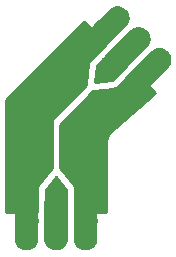
<source format=gbr>
G04 #@! TF.GenerationSoftware,KiCad,Pcbnew,(2017-05-31 revision c0bb8a30c)-makepkg*
G04 #@! TF.CreationDate,2017-07-13T16:12:16-05:00*
G04 #@! TF.ProjectId,45 Neo,3435204E656F2E6B696361645F706362,rev?*
G04 #@! TF.FileFunction,Copper,L2,Bot,Signal*
G04 #@! TF.FilePolarity,Positive*
%FSLAX46Y46*%
G04 Gerber Fmt 4.6, Leading zero omitted, Abs format (unit mm)*
G04 Created by KiCad (PCBNEW (2017-05-31 revision c0bb8a30c)-makepkg) date 07/13/17 16:12:16*
%MOMM*%
%LPD*%
G01*
G04 APERTURE LIST*
%ADD10C,0.100000*%
%ADD11C,0.600000*%
%ADD12C,2.000000*%
%ADD13C,0.254000*%
G04 APERTURE END LIST*
D10*
D11*
X4950000Y4800000D03*
X1850000Y5200000D03*
X6100000Y1100000D03*
D10*
G36*
X5380606Y9613310D02*
X5477679Y9598910D01*
X5572874Y9575065D01*
X5665272Y9542005D01*
X5753986Y9500046D01*
X5838159Y9449595D01*
X5916982Y9391135D01*
X5989696Y9325232D01*
X5989698Y9325230D01*
X6055601Y9252516D01*
X6114061Y9173693D01*
X6164512Y9089520D01*
X6206471Y9000806D01*
X6239531Y8908408D01*
X6263376Y8813213D01*
X6277776Y8716140D01*
X6282591Y8618123D01*
X6277776Y8520106D01*
X6263376Y8423033D01*
X6239531Y8327838D01*
X6206471Y8235440D01*
X6164512Y8146726D01*
X6114061Y8062553D01*
X6055601Y7983730D01*
X5989698Y7911016D01*
X3868378Y5789696D01*
X3795664Y5723793D01*
X3716841Y5665333D01*
X3632668Y5614882D01*
X3543954Y5572923D01*
X3451556Y5539863D01*
X3356361Y5516018D01*
X3259288Y5501618D01*
X3161271Y5496803D01*
X3063254Y5501618D01*
X2966181Y5516018D01*
X2870986Y5539863D01*
X2778588Y5572923D01*
X2689874Y5614882D01*
X2605701Y5665333D01*
X2526878Y5723793D01*
X2454164Y5789696D01*
X2454162Y5789698D01*
X2388259Y5862412D01*
X2329799Y5941235D01*
X2279348Y6025408D01*
X2237389Y6114122D01*
X2204329Y6206520D01*
X2180484Y6301715D01*
X2166084Y6398788D01*
X2161269Y6496805D01*
X2166084Y6594822D01*
X2180484Y6691895D01*
X2204329Y6787090D01*
X2237389Y6879488D01*
X2279348Y6968202D01*
X2329799Y7052375D01*
X2388259Y7131198D01*
X2454162Y7203912D01*
X4575482Y9325232D01*
X4648196Y9391135D01*
X4727019Y9449595D01*
X4811192Y9500046D01*
X4899906Y9542005D01*
X4992304Y9575065D01*
X5087499Y9598910D01*
X5184572Y9613310D01*
X5282589Y9618125D01*
X5380606Y9613310D01*
X5380606Y9613310D01*
G37*
D12*
X4221930Y7557464D03*
D10*
G36*
X7148373Y7845543D02*
X7245446Y7831143D01*
X7340641Y7807298D01*
X7433039Y7774238D01*
X7521753Y7732279D01*
X7605926Y7681828D01*
X7684749Y7623368D01*
X7757463Y7557465D01*
X7757465Y7557463D01*
X7823368Y7484749D01*
X7881828Y7405926D01*
X7932279Y7321753D01*
X7974238Y7233039D01*
X8007298Y7140641D01*
X8031143Y7045446D01*
X8045543Y6948373D01*
X8050358Y6850356D01*
X8045543Y6752339D01*
X8031143Y6655266D01*
X8007298Y6560071D01*
X7974238Y6467673D01*
X7932279Y6378959D01*
X7881828Y6294786D01*
X7823368Y6215963D01*
X7757465Y6143249D01*
X5636145Y4021929D01*
X5563431Y3956026D01*
X5484608Y3897566D01*
X5400435Y3847115D01*
X5311721Y3805156D01*
X5219323Y3772096D01*
X5124128Y3748251D01*
X5027055Y3733851D01*
X4929038Y3729036D01*
X4831021Y3733851D01*
X4733948Y3748251D01*
X4638753Y3772096D01*
X4546355Y3805156D01*
X4457641Y3847115D01*
X4373468Y3897566D01*
X4294645Y3956026D01*
X4221931Y4021929D01*
X4221929Y4021931D01*
X4156026Y4094645D01*
X4097566Y4173468D01*
X4047115Y4257641D01*
X4005156Y4346355D01*
X3972096Y4438753D01*
X3948251Y4533948D01*
X3933851Y4631021D01*
X3929036Y4729038D01*
X3933851Y4827055D01*
X3948251Y4924128D01*
X3972096Y5019323D01*
X4005156Y5111721D01*
X4047115Y5200435D01*
X4097566Y5284608D01*
X4156026Y5363431D01*
X4221929Y5436145D01*
X6343249Y7557465D01*
X6415963Y7623368D01*
X6494786Y7681828D01*
X6578959Y7732279D01*
X6667673Y7774238D01*
X6760071Y7807298D01*
X6855266Y7831143D01*
X6952339Y7845543D01*
X7050356Y7850358D01*
X7148373Y7845543D01*
X7148373Y7845543D01*
G37*
D12*
X5989697Y5789697D03*
D10*
G36*
X8916140Y6077776D02*
X9013213Y6063376D01*
X9108408Y6039531D01*
X9200806Y6006471D01*
X9289520Y5964512D01*
X9373693Y5914061D01*
X9452516Y5855601D01*
X9525230Y5789698D01*
X9525232Y5789696D01*
X9591135Y5716982D01*
X9649595Y5638159D01*
X9700046Y5553986D01*
X9742005Y5465272D01*
X9775065Y5372874D01*
X9798910Y5277679D01*
X9813310Y5180606D01*
X9818125Y5082589D01*
X9813310Y4984572D01*
X9798910Y4887499D01*
X9775065Y4792304D01*
X9742005Y4699906D01*
X9700046Y4611192D01*
X9649595Y4527019D01*
X9591135Y4448196D01*
X9525232Y4375482D01*
X7403912Y2254162D01*
X7331198Y2188259D01*
X7252375Y2129799D01*
X7168202Y2079348D01*
X7079488Y2037389D01*
X6987090Y2004329D01*
X6891895Y1980484D01*
X6794822Y1966084D01*
X6696805Y1961269D01*
X6598788Y1966084D01*
X6501715Y1980484D01*
X6406520Y2004329D01*
X6314122Y2037389D01*
X6225408Y2079348D01*
X6141235Y2129799D01*
X6062412Y2188259D01*
X5989698Y2254162D01*
X5989696Y2254164D01*
X5923793Y2326878D01*
X5865333Y2405701D01*
X5814882Y2489874D01*
X5772923Y2578588D01*
X5739863Y2670986D01*
X5716018Y2766181D01*
X5701618Y2863254D01*
X5696803Y2961271D01*
X5701618Y3059288D01*
X5716018Y3156361D01*
X5739863Y3251556D01*
X5772923Y3343954D01*
X5814882Y3432668D01*
X5865333Y3516841D01*
X5923793Y3595664D01*
X5989696Y3668378D01*
X8111016Y5789698D01*
X8183730Y5855601D01*
X8262553Y5914061D01*
X8346726Y5964512D01*
X8435440Y6006471D01*
X8527838Y6039531D01*
X8623033Y6063376D01*
X8720106Y6077776D01*
X8818123Y6082591D01*
X8916140Y6077776D01*
X8916140Y6077776D01*
G37*
D12*
X7757464Y4021930D03*
D10*
G36*
X-2351982Y-6054815D02*
X-2254909Y-6069215D01*
X-2159714Y-6093060D01*
X-2067316Y-6126120D01*
X-1978602Y-6168079D01*
X-1894429Y-6218530D01*
X-1815606Y-6276990D01*
X-1742892Y-6342893D01*
X-1676989Y-6415607D01*
X-1618529Y-6494430D01*
X-1568078Y-6578603D01*
X-1526119Y-6667317D01*
X-1493059Y-6759715D01*
X-1469214Y-6854910D01*
X-1454814Y-6951983D01*
X-1449999Y-7050000D01*
X-1449999Y-10050000D01*
X-1454814Y-10148017D01*
X-1469214Y-10245090D01*
X-1493059Y-10340285D01*
X-1526119Y-10432683D01*
X-1568078Y-10521397D01*
X-1618529Y-10605570D01*
X-1676989Y-10684393D01*
X-1742892Y-10757107D01*
X-1815606Y-10823010D01*
X-1894429Y-10881470D01*
X-1978602Y-10931921D01*
X-2067316Y-10973880D01*
X-2159714Y-11006940D01*
X-2254909Y-11030785D01*
X-2351982Y-11045185D01*
X-2449999Y-11050000D01*
X-2450001Y-11050000D01*
X-2548018Y-11045185D01*
X-2645091Y-11030785D01*
X-2740286Y-11006940D01*
X-2832684Y-10973880D01*
X-2921398Y-10931921D01*
X-3005571Y-10881470D01*
X-3084394Y-10823010D01*
X-3157108Y-10757107D01*
X-3223011Y-10684393D01*
X-3281471Y-10605570D01*
X-3331922Y-10521397D01*
X-3373881Y-10432683D01*
X-3406941Y-10340285D01*
X-3430786Y-10245090D01*
X-3445186Y-10148017D01*
X-3450001Y-10050000D01*
X-3450001Y-7050000D01*
X-3445186Y-6951983D01*
X-3430786Y-6854910D01*
X-3406941Y-6759715D01*
X-3373881Y-6667317D01*
X-3331922Y-6578603D01*
X-3281471Y-6494430D01*
X-3223011Y-6415607D01*
X-3157108Y-6342893D01*
X-3084394Y-6276990D01*
X-3005571Y-6218530D01*
X-2921398Y-6168079D01*
X-2832684Y-6126120D01*
X-2740286Y-6093060D01*
X-2645091Y-6069215D01*
X-2548018Y-6054815D01*
X-2450001Y-6050000D01*
X-2449999Y-6050000D01*
X-2351982Y-6054815D01*
X-2351982Y-6054815D01*
G37*
D12*
X-2450000Y-8550000D03*
D10*
G36*
X148018Y-6054815D02*
X245091Y-6069215D01*
X340286Y-6093060D01*
X432684Y-6126120D01*
X521398Y-6168079D01*
X605571Y-6218530D01*
X684394Y-6276990D01*
X757108Y-6342893D01*
X823011Y-6415607D01*
X881471Y-6494430D01*
X931922Y-6578603D01*
X973881Y-6667317D01*
X1006941Y-6759715D01*
X1030786Y-6854910D01*
X1045186Y-6951983D01*
X1050001Y-7050000D01*
X1050001Y-10050000D01*
X1045186Y-10148017D01*
X1030786Y-10245090D01*
X1006941Y-10340285D01*
X973881Y-10432683D01*
X931922Y-10521397D01*
X881471Y-10605570D01*
X823011Y-10684393D01*
X757108Y-10757107D01*
X684394Y-10823010D01*
X605571Y-10881470D01*
X521398Y-10931921D01*
X432684Y-10973880D01*
X340286Y-11006940D01*
X245091Y-11030785D01*
X148018Y-11045185D01*
X50001Y-11050000D01*
X49999Y-11050000D01*
X-48018Y-11045185D01*
X-145091Y-11030785D01*
X-240286Y-11006940D01*
X-332684Y-10973880D01*
X-421398Y-10931921D01*
X-505571Y-10881470D01*
X-584394Y-10823010D01*
X-657108Y-10757107D01*
X-723011Y-10684393D01*
X-781471Y-10605570D01*
X-831922Y-10521397D01*
X-873881Y-10432683D01*
X-906941Y-10340285D01*
X-930786Y-10245090D01*
X-945186Y-10148017D01*
X-950001Y-10050000D01*
X-950001Y-7050000D01*
X-945186Y-6951983D01*
X-930786Y-6854910D01*
X-906941Y-6759715D01*
X-873881Y-6667317D01*
X-831922Y-6578603D01*
X-781471Y-6494430D01*
X-723011Y-6415607D01*
X-657108Y-6342893D01*
X-584394Y-6276990D01*
X-505571Y-6218530D01*
X-421398Y-6168079D01*
X-332684Y-6126120D01*
X-240286Y-6093060D01*
X-145091Y-6069215D01*
X-48018Y-6054815D01*
X49999Y-6050000D01*
X50001Y-6050000D01*
X148018Y-6054815D01*
X148018Y-6054815D01*
G37*
D12*
X50000Y-8550000D03*
D10*
G36*
X2648018Y-6054815D02*
X2745091Y-6069215D01*
X2840286Y-6093060D01*
X2932684Y-6126120D01*
X3021398Y-6168079D01*
X3105571Y-6218530D01*
X3184394Y-6276990D01*
X3257108Y-6342893D01*
X3323011Y-6415607D01*
X3381471Y-6494430D01*
X3431922Y-6578603D01*
X3473881Y-6667317D01*
X3506941Y-6759715D01*
X3530786Y-6854910D01*
X3545186Y-6951983D01*
X3550001Y-7050000D01*
X3550001Y-10050000D01*
X3545186Y-10148017D01*
X3530786Y-10245090D01*
X3506941Y-10340285D01*
X3473881Y-10432683D01*
X3431922Y-10521397D01*
X3381471Y-10605570D01*
X3323011Y-10684393D01*
X3257108Y-10757107D01*
X3184394Y-10823010D01*
X3105571Y-10881470D01*
X3021398Y-10931921D01*
X2932684Y-10973880D01*
X2840286Y-11006940D01*
X2745091Y-11030785D01*
X2648018Y-11045185D01*
X2550001Y-11050000D01*
X2549999Y-11050000D01*
X2451982Y-11045185D01*
X2354909Y-11030785D01*
X2259714Y-11006940D01*
X2167316Y-10973880D01*
X2078602Y-10931921D01*
X1994429Y-10881470D01*
X1915606Y-10823010D01*
X1842892Y-10757107D01*
X1776989Y-10684393D01*
X1718529Y-10605570D01*
X1668078Y-10521397D01*
X1626119Y-10432683D01*
X1593059Y-10340285D01*
X1569214Y-10245090D01*
X1554814Y-10148017D01*
X1549999Y-10050000D01*
X1549999Y-7050000D01*
X1554814Y-6951983D01*
X1569214Y-6854910D01*
X1593059Y-6759715D01*
X1626119Y-6667317D01*
X1668078Y-6578603D01*
X1718529Y-6494430D01*
X1776989Y-6415607D01*
X1842892Y-6342893D01*
X1915606Y-6276990D01*
X1994429Y-6218530D01*
X2078602Y-6168079D01*
X2167316Y-6126120D01*
X2259714Y-6093060D01*
X2354909Y-6069215D01*
X2451982Y-6054815D01*
X2549999Y-6050000D01*
X2550001Y-6050000D01*
X2648018Y-6054815D01*
X2648018Y-6054815D01*
G37*
D12*
X2550000Y-8550000D03*
D11*
X-3450000Y-5150000D03*
X1100000Y5900000D03*
X50000Y-7150000D03*
X3550000Y-5150000D03*
X5300000Y1850000D03*
X50000Y-9950000D03*
X-2450000Y-5150000D03*
X2550000Y-5150000D03*
D13*
G36*
X6069385Y4670563D02*
X4755911Y3357089D01*
X3366978Y3202764D01*
X3521303Y4591697D01*
X4056441Y5126835D01*
X4071335Y5134796D01*
X4319563Y5338511D01*
X4860500Y5879448D01*
X6069385Y4670563D01*
X6069385Y4670563D01*
G37*
X6069385Y4670563D02*
X4755911Y3357089D01*
X3366978Y3202764D01*
X3521303Y4591697D01*
X4056441Y5126835D01*
X4071335Y5134796D01*
X4319563Y5338511D01*
X4860500Y5879448D01*
X6069385Y4670563D01*
G36*
X923000Y-5944549D02*
X923000Y-6937574D01*
X911927Y-7050000D01*
X911927Y-7815000D01*
X-811927Y-7815000D01*
X-811927Y-7050000D01*
X-823000Y-6937574D01*
X-823000Y-5944549D01*
X50000Y-4853298D01*
X923000Y-5944549D01*
X923000Y-5944549D01*
G37*
X923000Y-5944549D02*
X923000Y-6937574D01*
X911927Y-7050000D01*
X911927Y-7815000D01*
X-811927Y-7815000D01*
X-811927Y-7050000D01*
X-823000Y-6937574D01*
X-823000Y-5944549D01*
X50000Y-4853298D01*
X923000Y-5944549D01*
G36*
X4295961Y6443987D02*
X2950987Y5099013D01*
X2843760Y4956304D01*
X2768884Y4720124D01*
X2592108Y3129134D01*
X2592108Y2988886D01*
X2613141Y2922543D01*
X-238664Y141690D01*
X-254700Y122645D01*
X-266711Y100838D01*
X-274238Y77106D01*
X-277000Y50763D01*
X-277000Y-4111182D01*
X-445852Y-4253319D01*
X-1445852Y-5503319D01*
X-1536664Y-5656996D01*
X-1585000Y-5900000D01*
X-1585000Y-7018799D01*
X-1588073Y-7050000D01*
X-1588073Y-7815000D01*
X-4215000Y-7815000D01*
X-4215000Y1644710D01*
X2453148Y8286800D01*
X4295961Y6443987D01*
X4295961Y6443987D01*
G37*
X4295961Y6443987D02*
X2950987Y5099013D01*
X2843760Y4956304D01*
X2768884Y4720124D01*
X2592108Y3129134D01*
X2592108Y2988886D01*
X2613141Y2922543D01*
X-238664Y141690D01*
X-254700Y122645D01*
X-266711Y100838D01*
X-274238Y77106D01*
X-277000Y50763D01*
X-277000Y-4111182D01*
X-445852Y-4253319D01*
X-1445852Y-5503319D01*
X-1536664Y-5656996D01*
X-1585000Y-5900000D01*
X-1585000Y-7018799D01*
X-1588073Y-7050000D01*
X-1588073Y-7815000D01*
X-4215000Y-7815000D01*
X-4215000Y1644710D01*
X2453148Y8286800D01*
X4295961Y6443987D01*
G36*
X8452664Y2287283D02*
X4563332Y-1149201D01*
X4550466Y-1163029D01*
X4535747Y-1174863D01*
X4501701Y-1215437D01*
X4465617Y-1254218D01*
X4455681Y-1270282D01*
X4443542Y-1284749D01*
X4418026Y-1331162D01*
X4390160Y-1376216D01*
X4383533Y-1393905D01*
X4374436Y-1410453D01*
X4358421Y-1460939D01*
X4339837Y-1510546D01*
X4336773Y-1529183D01*
X4331062Y-1547185D01*
X4325158Y-1599819D01*
X4316563Y-1652092D01*
X4317177Y-1670972D01*
X4315072Y-1689738D01*
X4315000Y-1700000D01*
X4315000Y-7815000D01*
X1688073Y-7815000D01*
X1688073Y-7050000D01*
X1685000Y-7018799D01*
X1685000Y-5900000D01*
X1659911Y-5723268D01*
X1545852Y-5503319D01*
X545852Y-4253319D01*
X446681Y-4154148D01*
X377000Y-4118014D01*
X377000Y-401689D01*
X3149614Y2440241D01*
X3293348Y2427894D01*
X4884338Y2604670D01*
X5057218Y2649122D01*
X5263227Y2786773D01*
X5863533Y3387079D01*
X6087330Y3570744D01*
X6150002Y3633416D01*
X6170557Y3644403D01*
X6192075Y3662529D01*
X6438319Y3921733D01*
X6628267Y4111681D01*
X8452664Y2287283D01*
X8452664Y2287283D01*
G37*
X8452664Y2287283D02*
X4563332Y-1149201D01*
X4550466Y-1163029D01*
X4535747Y-1174863D01*
X4501701Y-1215437D01*
X4465617Y-1254218D01*
X4455681Y-1270282D01*
X4443542Y-1284749D01*
X4418026Y-1331162D01*
X4390160Y-1376216D01*
X4383533Y-1393905D01*
X4374436Y-1410453D01*
X4358421Y-1460939D01*
X4339837Y-1510546D01*
X4336773Y-1529183D01*
X4331062Y-1547185D01*
X4325158Y-1599819D01*
X4316563Y-1652092D01*
X4317177Y-1670972D01*
X4315072Y-1689738D01*
X4315000Y-1700000D01*
X4315000Y-7815000D01*
X1688073Y-7815000D01*
X1688073Y-7050000D01*
X1685000Y-7018799D01*
X1685000Y-5900000D01*
X1659911Y-5723268D01*
X1545852Y-5503319D01*
X545852Y-4253319D01*
X446681Y-4154148D01*
X377000Y-4118014D01*
X377000Y-401689D01*
X3149614Y2440241D01*
X3293348Y2427894D01*
X4884338Y2604670D01*
X5057218Y2649122D01*
X5263227Y2786773D01*
X5863533Y3387079D01*
X6087330Y3570744D01*
X6150002Y3633416D01*
X6170557Y3644403D01*
X6192075Y3662529D01*
X6438319Y3921733D01*
X6628267Y4111681D01*
X8452664Y2287283D01*
M02*

</source>
